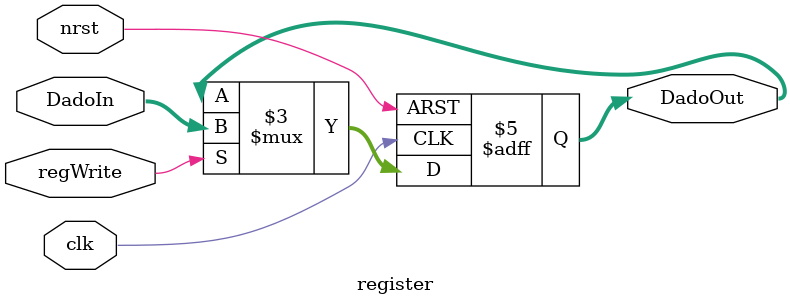
<source format=sv>
module register(
            input clk,
            input nrst,
            input regWrite,
            input logic [64-1:0] DadoIn,
            output logic [64-1:0] DadoOut
        );

always_ff @(posedge clk or negedge nrst)
begin	
	if(~nrst)
		DadoOut <= 64'd0;
	else
	begin
		if (regWrite) begin
		    DadoOut <= DadoIn;
		end
	end		
end
endmodule 

</source>
